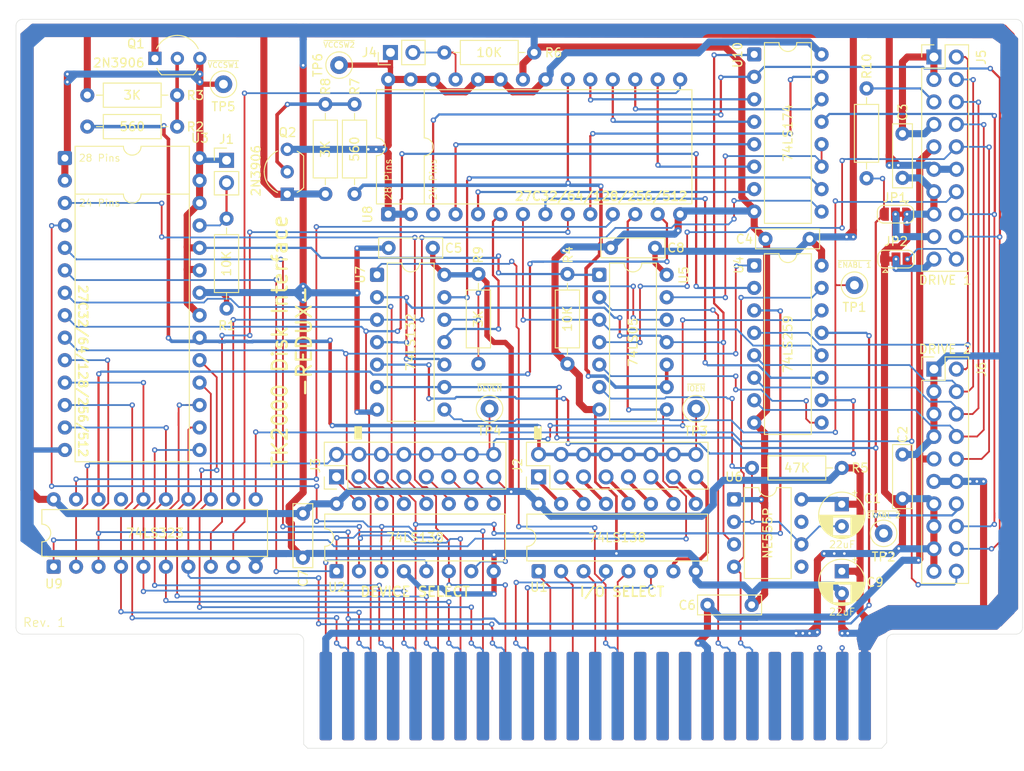
<source format=kicad_pcb>
(kicad_pcb
	(version 20241229)
	(generator "pcbnew")
	(generator_version "9.0")
	(general
		(thickness 1.6)
		(legacy_teardrops no)
	)
	(paper "A4")
	(layers
		(0 "F.Cu" signal)
		(2 "B.Cu" signal)
		(9 "F.Adhes" user "F.Adhesive")
		(11 "B.Adhes" user "B.Adhesive")
		(13 "F.Paste" user)
		(15 "B.Paste" user)
		(5 "F.SilkS" user "F.Silkscreen")
		(7 "B.SilkS" user "B.Silkscreen")
		(1 "F.Mask" user)
		(3 "B.Mask" user)
		(17 "Dwgs.User" user "User.Drawings")
		(19 "Cmts.User" user "User.Comments")
		(21 "Eco1.User" user "User.Eco1")
		(23 "Eco2.User" user "User.Eco2")
		(25 "Edge.Cuts" user)
		(27 "Margin" user)
		(31 "F.CrtYd" user "F.Courtyard")
		(29 "B.CrtYd" user "B.Courtyard")
		(35 "F.Fab" user)
		(33 "B.Fab" user)
		(39 "User.1" user)
		(41 "User.2" user)
		(43 "User.3" user)
		(45 "User.4" user)
	)
	(setup
		(pad_to_mask_clearance 0)
		(allow_soldermask_bridges_in_footprints no)
		(tenting front back)
		(pcbplotparams
			(layerselection 0x00000000_00000000_55555555_5755f5ff)
			(plot_on_all_layers_selection 0x00000000_00000000_00000000_00000000)
			(disableapertmacros no)
			(usegerberextensions no)
			(usegerberattributes yes)
			(usegerberadvancedattributes yes)
			(creategerberjobfile yes)
			(dashed_line_dash_ratio 12.000000)
			(dashed_line_gap_ratio 3.000000)
			(svgprecision 4)
			(plotframeref no)
			(mode 1)
			(useauxorigin no)
			(hpglpennumber 1)
			(hpglpenspeed 20)
			(hpglpendiameter 15.000000)
			(pdf_front_fp_property_popups yes)
			(pdf_back_fp_property_popups yes)
			(pdf_metadata yes)
			(pdf_single_document no)
			(dxfpolygonmode yes)
			(dxfimperialunits yes)
			(dxfusepcbnewfont yes)
			(psnegative no)
			(psa4output no)
			(plot_black_and_white yes)
			(sketchpadsonfab no)
			(plotpadnumbers no)
			(hidednponfab no)
			(sketchdnponfab yes)
			(crossoutdnponfab yes)
			(subtractmaskfromsilk no)
			(outputformat 1)
			(mirror no)
			(drillshape 0)
			(scaleselection 1)
			(outputdirectory "gerbers/")
		)
	)
	(net 0 "")
	(net 1 "-12V")
	(net 2 "GND")
	(net 3 "+5V")
	(net 4 "Net-(U6-THR)")
	(net 5 "+12V")
	(net 6 "Net-(J1-Pin_2)")
	(net 7 "~{IOSEL}")
	(net 8 "Net-(J2-Pin_5)")
	(net 9 "Net-(J2-Pin_7)")
	(net 10 "/VCC_SWITCHED_1")
	(net 11 "Net-(J2-Pin_15)")
	(net 12 "Net-(J2-Pin_3)")
	(net 13 "Net-(J2-Pin_9)")
	(net 14 "Net-(J2-Pin_11)")
	(net 15 "Net-(J2-Pin_13)")
	(net 16 "Net-(J2-Pin_1)")
	(net 17 "Net-(J3-Pin_11)")
	(net 18 "Net-(J3-Pin_5)")
	(net 19 "Net-(J3-Pin_7)")
	(net 20 "Net-(J3-Pin_9)")
	(net 21 "Net-(J3-Pin_1)")
	(net 22 "Net-(J3-Pin_13)")
	(net 23 "Net-(J3-Pin_15)")
	(net 24 "Net-(J3-Pin_3)")
	(net 25 "Net-(J4-Pin_2)")
	(net 26 "/PH1")
	(net 27 "/PH0")
	(net 28 "/WR DATA")
	(net 29 "/W PROT")
	(net 30 "/RD DATA")
	(net 31 "/PH2")
	(net 32 "/PH3")
	(net 33 "Net-(J5-Pin_17)")
	(net 34 "/WR REQ")
	(net 35 "Net-(J5-Pin_19)")
	(net 36 "/~{ENBL 1}")
	(net 37 "Net-(J5-Pin_5)")
	(net 38 "/~{ENBL 2}")
	(net 39 "A12")
	(net 40 "D0")
	(net 41 "A10")
	(net 42 "A3")
	(net 43 "A14")
	(net 44 "D3")
	(net 45 "unconnected-(P1-Pin_40-Pad40)")
	(net 46 "2M")
	(net 47 "~{RESET}")
	(net 48 "unconnected-(P1-Pin_30-Pad30)")
	(net 49 "A4")
	(net 50 "~{EXTC}")
	(net 51 "unconnected-(P1-Pin_18-Pad18)")
	(net 52 "unconnected-(P1-Pin_38-Pad38)")
	(net 53 "D1")
	(net 54 "unconnected-(P1-Pin_29-Pad29)")
	(net 55 "A0")
	(net 56 "A15")
	(net 57 "D6")
	(net 58 "unconnected-(P1-Pin_36-Pad36)")
	(net 59 "A5")
	(net 60 "unconnected-(P1-Pin_22-Pad22)")
	(net 61 "~{EXTE}")
	(net 62 "Net-(P1-Pin_24)")
	(net 63 "~{EXT8}")
	(net 64 "unconnected-(P1-Pin_34-Pad34)")
	(net 65 "A8")
	(net 66 "D2")
	(net 67 "A2")
	(net 68 "D7")
	(net 69 "A7")
	(net 70 "Net-(P1-Pin_23)")
	(net 71 "A6")
	(net 72 "unconnected-(P1-Pin_21-Pad21)")
	(net 73 "~{EXT_MEM}")
	(net 74 "D4")
	(net 75 "D5")
	(net 76 "A9")
	(net 77 "A13")
	(net 78 "A11")
	(net 79 "unconnected-(P1-Pin_39-Pad39)")
	(net 80 "~{EXT6}")
	(net 81 "A1")
	(net 82 "Net-(Q1-B)")
	(net 83 "Net-(Q2-B)")
	(net 84 "Net-(U8-~{CE})")
	(net 85 "Net-(R9-Pad2)")
	(net 86 "Net-(U4-Q6)")
	(net 87 "Net-(U4-Q5)")
	(net 88 "Net-(U4-Q7)")
	(net 89 "Net-(U4-Q4)")
	(net 90 "Net-(U10-D3)")
	(net 91 "Net-(U8-D1)")
	(net 92 "Net-(U10-~{Mr})")
	(net 93 "Net-(U8-A4)")
	(net 94 "Net-(U10-Q3)")
	(net 95 "Net-(U10-Cp)")
	(net 96 "Net-(U8-D3)")
	(net 97 "Net-(U10-Q5)")
	(net 98 "Net-(U10-Q2)")
	(net 99 "Net-(U8-A1)")
	(net 100 "Net-(U10-D2)")
	(net 101 "Net-(U8-D0)")
	(net 102 "Net-(U10-Q1)")
	(net 103 "unconnected-(U6-DIS-Pad7)")
	(net 104 "Net-(U10-D0)")
	(net 105 "unconnected-(U6-CV-Pad5)")
	(net 106 "Net-(U10-D5)")
	(net 107 "Net-(U8-D2)")
	(net 108 "Net-(U10-D1)")
	(net 109 "unconnected-(U9-Q7-Pad17)")
	(net 110 "/VCC_SWITCHED_2")
	(net 111 "/~{IOEN}")
	(net 112 "/~{DEVEN}")
	(footprint "Connector_PinHeader_2.54mm:PinHeader_1x02_P2.54mm_Vertical" (layer "F.Cu") (at 69.565185 66.517185))
	(footprint "TestPoint:TestPoint_Loop_D1.80mm_Drill1.0mm_Beaded" (layer "F.Cu") (at 122.682 94.615))
	(footprint "Capacitor_THT:C_Rect_L7.0mm_W2.0mm_P5.00mm" (layer "F.Cu") (at 118.034185 76.423185 180))
	(footprint "Resistor_THT:R_Axial_DIN0207_L6.3mm_D2.5mm_P10.16mm_Horizontal" (layer "F.Cu") (at 94.203185 54.325185))
	(footprint "TestPoint:TestPoint_Loop_D1.80mm_Drill1.0mm_Beaded" (layer "F.Cu") (at 82.296 55.753))
	(footprint "Connector_PinHeader_2.54mm:PinHeader_1x02_P2.54mm_Vertical" (layer "F.Cu") (at 88.107185 54.325185 90))
	(footprint "Capacitor_THT:CP_Radial_D5.0mm_P2.50mm" (layer "F.Cu") (at 139.161185 112.999185 -90))
	(footprint "Resistor_THT:R_Axial_DIN0207_L6.3mm_D2.5mm_P10.16mm_Horizontal" (layer "F.Cu") (at 84.043185 60.167185 -90))
	(footprint "Capacitor_THT:C_Rect_L7.0mm_W2.0mm_P5.00mm" (layer "F.Cu") (at 146.019185 104.791185 90))
	(footprint "TestPoint:TestPoint_Loop_D1.80mm_Drill1.0mm_Beaded" (layer "F.Cu") (at 99.314 94.615))
	(footprint "Package_DIP:DIP-16_W7.62mm" (layer "F.Cu") (at 129.250185 54.539185))
	(footprint "Package_DIP:DIP-16_W7.62mm" (layer "F.Cu") (at 82.006185 112.994185 90))
	(footprint "Package_TO_SOT_THT:TO-92_Inline_Wide" (layer "F.Cu") (at 61.468 54.991))
	(footprint "Resistor_THT:R_Axial_DIN0207_L6.3mm_D2.5mm_P10.16mm_Horizontal" (layer "F.Cu") (at 141.955185 68.549185 90))
	(footprint "Capacitor_THT:CP_Radial_D5.0mm_P2.50mm" (layer "F.Cu") (at 139.156185 105.419185 -90))
	(footprint "Resistor_THT:R_Axial_DIN0207_L6.3mm_D2.5mm_P10.16mm_Horizontal" (layer "F.Cu") (at 53.817185 59.151185))
	(footprint "Package_DIP:DIP-16_W7.62mm" (layer "F.Cu") (at 104.866185 112.999185 90))
	(footprint "TK2000:DIP-28-24_W15.24mm" (layer "F.Cu") (at 87.853185 72.613185 90))
	(footprint "Package_DIP:DIP-14_W7.62mm" (layer "F.Cu") (at 111.729185 79.471185))
	(footprint "Resistor_THT:R_Axial_DIN0207_L6.3mm_D2.5mm_P10.16mm_Horizontal" (layer "F.Cu") (at 69.565185 73.121185 -90))
	(footprint "TestPoint:TestPoint_Loop_D1.80mm_Drill1.0mm_Beaded" (layer "F.Cu") (at 140.589 80.645))
	(footprint "Capacitor_THT:C_Rect_L7.0mm_W2.0mm_P5.00mm" (layer "F.Cu") (at 146.019185 68.509185 90))
	(footprint "Jumper:SolderJumper-3_P1.3mm_Bridged12_RoundedPad1.0x1.5mm" (layer "F.Cu") (at 145.287185 77.693185))
	(footprint "Resistor_THT:R_Axial_DIN0207_L6.3mm_D2.5mm_P10.16mm_Horizontal" (layer "F.Cu") (at 98.053185 79.382185 -90))
	(footprint "TK2000:DIP-28-24_W15.24mm" (layer "F.Cu") (at 51.277185 66.263185))
	(footprint "Capacitor_THT:C_Rect_L7.0mm_W2.0mm_P5.00mm" (layer "F.Cu") (at 135.525185 75.407185 180))
	(footprint "Capacitor_THT:C_Rect_L7.0mm_W2.0mm_P5.00mm" (layer "F.Cu") (at 78.201185 106.475185 -90))
	(footprint "Capacitor_THT:C_Rect_L7.0mm_W2.0mm_P5.00mm" (layer "F.Cu") (at 92.893185 76.428185 180))
	(footprint "Package_DIP:DIP-14_W7.62mm"
		(layer "F.Cu")
		(uuid "a0622b99-2d5e-4ed7-81b0-0f8cd8a25f7e")
		(at 86.588185 79.471185)
		(descr "14-lead though-hole mounted DIP package, row spacing 7.62mm (300 mils)")
		(tags "THT DIP DIL PDIP 2.54mm 7.62mm 300m
... [377655 chars truncated]
</source>
